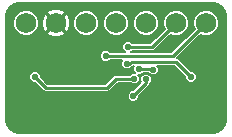
<source format=gbl>
G04 (created by PCBNEW (2013-07-07 BZR 4022)-stable) date 1/16/2014 9:48:59 PM*
%MOIN*%
G04 Gerber Fmt 3.4, Leading zero omitted, Abs format*
%FSLAX34Y34*%
G01*
G70*
G90*
G04 APERTURE LIST*
%ADD10C,0.00590551*%
%ADD11C,0.0688976*%
%ADD12C,0.021*%
%ADD13C,0.01*%
%ADD14C,0.005*%
G04 APERTURE END LIST*
G54D10*
G54D11*
X70000Y-15000D03*
X72000Y-15000D03*
X71000Y-15000D03*
X73000Y-15000D03*
X74000Y-15000D03*
X75000Y-15000D03*
X76000Y-15000D03*
G54D12*
X73400Y-15800D03*
X72650Y-16100D03*
X73750Y-16525D03*
X74225Y-16550D03*
X73575Y-17425D03*
X74000Y-16875D03*
X73350Y-16350D03*
X75500Y-16800D03*
X70300Y-16800D03*
X73600Y-16850D03*
G54D13*
X74200Y-15800D02*
X75000Y-15000D01*
X73400Y-15800D02*
X74200Y-15800D01*
X74900Y-16100D02*
X76000Y-15000D01*
X72650Y-16100D02*
X74900Y-16100D01*
X74200Y-16525D02*
X73750Y-16525D01*
X74225Y-16550D02*
X74200Y-16525D01*
X74000Y-17000D02*
X74000Y-16875D01*
X73575Y-17425D02*
X74000Y-17000D01*
X73500Y-16300D02*
X75000Y-16300D01*
X73350Y-16350D02*
X73450Y-16350D01*
X73450Y-16350D02*
X73500Y-16300D01*
X75000Y-16300D02*
X75500Y-16800D01*
X70650Y-17150D02*
X70300Y-16800D01*
X72700Y-17150D02*
X70650Y-17150D01*
X73000Y-16850D02*
X72700Y-17150D01*
X73600Y-16850D02*
X73000Y-16850D01*
G54D10*
G36*
X76655Y-18239D02*
X76622Y-18404D01*
X76535Y-18535D01*
X76429Y-18605D01*
X76429Y-14914D01*
X76364Y-14757D01*
X76243Y-14636D01*
X76085Y-14570D01*
X75914Y-14570D01*
X75757Y-14635D01*
X75636Y-14756D01*
X75570Y-14914D01*
X75570Y-15085D01*
X75615Y-15193D01*
X74844Y-15965D01*
X73498Y-15965D01*
X73507Y-15961D01*
X73533Y-15935D01*
X74200Y-15935D01*
X74251Y-15924D01*
X74295Y-15895D01*
X74806Y-15384D01*
X74914Y-15429D01*
X75085Y-15429D01*
X75242Y-15364D01*
X75363Y-15243D01*
X75429Y-15085D01*
X75429Y-14914D01*
X75364Y-14757D01*
X75243Y-14636D01*
X75085Y-14570D01*
X74914Y-14570D01*
X74757Y-14635D01*
X74636Y-14756D01*
X74570Y-14914D01*
X74570Y-15085D01*
X74615Y-15193D01*
X74429Y-15379D01*
X74429Y-14914D01*
X74364Y-14757D01*
X74243Y-14636D01*
X74085Y-14570D01*
X73914Y-14570D01*
X73757Y-14635D01*
X73636Y-14756D01*
X73570Y-14914D01*
X73570Y-15085D01*
X73635Y-15242D01*
X73756Y-15363D01*
X73914Y-15429D01*
X74085Y-15429D01*
X74242Y-15364D01*
X74363Y-15243D01*
X74429Y-15085D01*
X74429Y-14914D01*
X74429Y-15379D01*
X74144Y-15665D01*
X73533Y-15665D01*
X73507Y-15639D01*
X73437Y-15610D01*
X73429Y-15610D01*
X73429Y-14914D01*
X73364Y-14757D01*
X73243Y-14636D01*
X73085Y-14570D01*
X72914Y-14570D01*
X72757Y-14635D01*
X72636Y-14756D01*
X72570Y-14914D01*
X72570Y-15085D01*
X72635Y-15242D01*
X72756Y-15363D01*
X72914Y-15429D01*
X73085Y-15429D01*
X73242Y-15364D01*
X73363Y-15243D01*
X73429Y-15085D01*
X73429Y-14914D01*
X73429Y-15610D01*
X73362Y-15609D01*
X73292Y-15638D01*
X73239Y-15692D01*
X73210Y-15762D01*
X73209Y-15837D01*
X73238Y-15907D01*
X73292Y-15960D01*
X73301Y-15965D01*
X72783Y-15965D01*
X72757Y-15939D01*
X72687Y-15910D01*
X72612Y-15909D01*
X72542Y-15938D01*
X72489Y-15992D01*
X72460Y-16062D01*
X72459Y-16137D01*
X72488Y-16207D01*
X72542Y-16260D01*
X72612Y-16289D01*
X72687Y-16290D01*
X72757Y-16261D01*
X72783Y-16235D01*
X73196Y-16235D01*
X73189Y-16242D01*
X73160Y-16312D01*
X73159Y-16387D01*
X73188Y-16457D01*
X73242Y-16510D01*
X73312Y-16539D01*
X73387Y-16540D01*
X73457Y-16511D01*
X73492Y-16476D01*
X73501Y-16474D01*
X73545Y-16445D01*
X73555Y-16435D01*
X73581Y-16435D01*
X73560Y-16487D01*
X73559Y-16562D01*
X73588Y-16632D01*
X73616Y-16660D01*
X73562Y-16659D01*
X73492Y-16688D01*
X73466Y-16715D01*
X73000Y-16715D01*
X72999Y-16715D01*
X72989Y-16717D01*
X72948Y-16725D01*
X72904Y-16754D01*
X72904Y-16754D01*
X72644Y-17015D01*
X72429Y-17015D01*
X72429Y-14914D01*
X72364Y-14757D01*
X72243Y-14636D01*
X72085Y-14570D01*
X71914Y-14570D01*
X71757Y-14635D01*
X71636Y-14756D01*
X71570Y-14914D01*
X71570Y-15085D01*
X71635Y-15242D01*
X71756Y-15363D01*
X71914Y-15429D01*
X72085Y-15429D01*
X72242Y-15364D01*
X72363Y-15243D01*
X72429Y-15085D01*
X72429Y-14914D01*
X72429Y-17015D01*
X71470Y-17015D01*
X71470Y-15087D01*
X71468Y-14900D01*
X71401Y-14739D01*
X71333Y-14701D01*
X71298Y-14737D01*
X71298Y-14666D01*
X71260Y-14598D01*
X71087Y-14529D01*
X70900Y-14531D01*
X70739Y-14598D01*
X70701Y-14666D01*
X71000Y-14964D01*
X71298Y-14666D01*
X71298Y-14737D01*
X71035Y-15000D01*
X71333Y-15298D01*
X71401Y-15260D01*
X71470Y-15087D01*
X71470Y-17015D01*
X71298Y-17015D01*
X71298Y-15333D01*
X71000Y-15035D01*
X70964Y-15070D01*
X70964Y-15000D01*
X70666Y-14701D01*
X70598Y-14739D01*
X70529Y-14912D01*
X70531Y-15099D01*
X70598Y-15260D01*
X70666Y-15298D01*
X70964Y-15000D01*
X70964Y-15070D01*
X70701Y-15333D01*
X70739Y-15401D01*
X70912Y-15470D01*
X71099Y-15468D01*
X71260Y-15401D01*
X71298Y-15333D01*
X71298Y-17015D01*
X70705Y-17015D01*
X70490Y-16799D01*
X70490Y-16762D01*
X70461Y-16692D01*
X70429Y-16660D01*
X70429Y-14914D01*
X70364Y-14757D01*
X70243Y-14636D01*
X70085Y-14570D01*
X69914Y-14570D01*
X69757Y-14635D01*
X69636Y-14756D01*
X69570Y-14914D01*
X69570Y-15085D01*
X69635Y-15242D01*
X69756Y-15363D01*
X69914Y-15429D01*
X70085Y-15429D01*
X70242Y-15364D01*
X70363Y-15243D01*
X70429Y-15085D01*
X70429Y-14914D01*
X70429Y-16660D01*
X70407Y-16639D01*
X70337Y-16610D01*
X70262Y-16609D01*
X70192Y-16638D01*
X70139Y-16692D01*
X70110Y-16762D01*
X70109Y-16837D01*
X70138Y-16907D01*
X70192Y-16960D01*
X70262Y-16989D01*
X70299Y-16989D01*
X70554Y-17245D01*
X70554Y-17245D01*
X70598Y-17274D01*
X70598Y-17274D01*
X70639Y-17282D01*
X70649Y-17285D01*
X70649Y-17284D01*
X70650Y-17285D01*
X72700Y-17285D01*
X72751Y-17274D01*
X72795Y-17245D01*
X73055Y-16985D01*
X73466Y-16985D01*
X73492Y-17010D01*
X73562Y-17039D01*
X73637Y-17040D01*
X73707Y-17011D01*
X73760Y-16957D01*
X73789Y-16887D01*
X73790Y-16812D01*
X73761Y-16742D01*
X73733Y-16714D01*
X73787Y-16715D01*
X73857Y-16686D01*
X73883Y-16660D01*
X74066Y-16660D01*
X74117Y-16710D01*
X74187Y-16739D01*
X74262Y-16740D01*
X74332Y-16711D01*
X74385Y-16657D01*
X74414Y-16587D01*
X74415Y-16512D01*
X74386Y-16442D01*
X74378Y-16435D01*
X74944Y-16435D01*
X75309Y-16800D01*
X75309Y-16837D01*
X75338Y-16907D01*
X75392Y-16960D01*
X75462Y-16989D01*
X75537Y-16990D01*
X75607Y-16961D01*
X75660Y-16907D01*
X75689Y-16837D01*
X75690Y-16762D01*
X75661Y-16692D01*
X75607Y-16639D01*
X75537Y-16610D01*
X75500Y-16610D01*
X75095Y-16204D01*
X75051Y-16175D01*
X75021Y-16169D01*
X75806Y-15384D01*
X75914Y-15429D01*
X76085Y-15429D01*
X76242Y-15364D01*
X76363Y-15243D01*
X76429Y-15085D01*
X76429Y-14914D01*
X76429Y-18605D01*
X76404Y-18622D01*
X76240Y-18655D01*
X74190Y-18655D01*
X74190Y-16837D01*
X74161Y-16767D01*
X74107Y-16714D01*
X74037Y-16685D01*
X73962Y-16684D01*
X73892Y-16713D01*
X73839Y-16767D01*
X73810Y-16837D01*
X73809Y-16912D01*
X73835Y-16973D01*
X73574Y-17234D01*
X73537Y-17234D01*
X73467Y-17263D01*
X73414Y-17317D01*
X73385Y-17387D01*
X73384Y-17462D01*
X73413Y-17532D01*
X73467Y-17585D01*
X73537Y-17614D01*
X73612Y-17615D01*
X73682Y-17586D01*
X73735Y-17532D01*
X73764Y-17462D01*
X73764Y-17425D01*
X74095Y-17095D01*
X74124Y-17051D01*
X74132Y-17010D01*
X74160Y-16982D01*
X74189Y-16912D01*
X74190Y-16837D01*
X74190Y-18655D01*
X69760Y-18655D01*
X69595Y-18622D01*
X69464Y-18535D01*
X69377Y-18404D01*
X69344Y-18240D01*
X69344Y-14759D01*
X69377Y-14595D01*
X69464Y-14464D01*
X69595Y-14377D01*
X69760Y-14344D01*
X76240Y-14344D01*
X76404Y-14377D01*
X76535Y-14464D01*
X76622Y-14595D01*
X76655Y-14760D01*
X76655Y-18239D01*
X76655Y-18239D01*
G37*
G54D14*
X76655Y-18239D02*
X76622Y-18404D01*
X76535Y-18535D01*
X76429Y-18605D01*
X76429Y-14914D01*
X76364Y-14757D01*
X76243Y-14636D01*
X76085Y-14570D01*
X75914Y-14570D01*
X75757Y-14635D01*
X75636Y-14756D01*
X75570Y-14914D01*
X75570Y-15085D01*
X75615Y-15193D01*
X74844Y-15965D01*
X73498Y-15965D01*
X73507Y-15961D01*
X73533Y-15935D01*
X74200Y-15935D01*
X74251Y-15924D01*
X74295Y-15895D01*
X74806Y-15384D01*
X74914Y-15429D01*
X75085Y-15429D01*
X75242Y-15364D01*
X75363Y-15243D01*
X75429Y-15085D01*
X75429Y-14914D01*
X75364Y-14757D01*
X75243Y-14636D01*
X75085Y-14570D01*
X74914Y-14570D01*
X74757Y-14635D01*
X74636Y-14756D01*
X74570Y-14914D01*
X74570Y-15085D01*
X74615Y-15193D01*
X74429Y-15379D01*
X74429Y-14914D01*
X74364Y-14757D01*
X74243Y-14636D01*
X74085Y-14570D01*
X73914Y-14570D01*
X73757Y-14635D01*
X73636Y-14756D01*
X73570Y-14914D01*
X73570Y-15085D01*
X73635Y-15242D01*
X73756Y-15363D01*
X73914Y-15429D01*
X74085Y-15429D01*
X74242Y-15364D01*
X74363Y-15243D01*
X74429Y-15085D01*
X74429Y-14914D01*
X74429Y-15379D01*
X74144Y-15665D01*
X73533Y-15665D01*
X73507Y-15639D01*
X73437Y-15610D01*
X73429Y-15610D01*
X73429Y-14914D01*
X73364Y-14757D01*
X73243Y-14636D01*
X73085Y-14570D01*
X72914Y-14570D01*
X72757Y-14635D01*
X72636Y-14756D01*
X72570Y-14914D01*
X72570Y-15085D01*
X72635Y-15242D01*
X72756Y-15363D01*
X72914Y-15429D01*
X73085Y-15429D01*
X73242Y-15364D01*
X73363Y-15243D01*
X73429Y-15085D01*
X73429Y-14914D01*
X73429Y-15610D01*
X73362Y-15609D01*
X73292Y-15638D01*
X73239Y-15692D01*
X73210Y-15762D01*
X73209Y-15837D01*
X73238Y-15907D01*
X73292Y-15960D01*
X73301Y-15965D01*
X72783Y-15965D01*
X72757Y-15939D01*
X72687Y-15910D01*
X72612Y-15909D01*
X72542Y-15938D01*
X72489Y-15992D01*
X72460Y-16062D01*
X72459Y-16137D01*
X72488Y-16207D01*
X72542Y-16260D01*
X72612Y-16289D01*
X72687Y-16290D01*
X72757Y-16261D01*
X72783Y-16235D01*
X73196Y-16235D01*
X73189Y-16242D01*
X73160Y-16312D01*
X73159Y-16387D01*
X73188Y-16457D01*
X73242Y-16510D01*
X73312Y-16539D01*
X73387Y-16540D01*
X73457Y-16511D01*
X73492Y-16476D01*
X73501Y-16474D01*
X73545Y-16445D01*
X73555Y-16435D01*
X73581Y-16435D01*
X73560Y-16487D01*
X73559Y-16562D01*
X73588Y-16632D01*
X73616Y-16660D01*
X73562Y-16659D01*
X73492Y-16688D01*
X73466Y-16715D01*
X73000Y-16715D01*
X72999Y-16715D01*
X72989Y-16717D01*
X72948Y-16725D01*
X72904Y-16754D01*
X72904Y-16754D01*
X72644Y-17015D01*
X72429Y-17015D01*
X72429Y-14914D01*
X72364Y-14757D01*
X72243Y-14636D01*
X72085Y-14570D01*
X71914Y-14570D01*
X71757Y-14635D01*
X71636Y-14756D01*
X71570Y-14914D01*
X71570Y-15085D01*
X71635Y-15242D01*
X71756Y-15363D01*
X71914Y-15429D01*
X72085Y-15429D01*
X72242Y-15364D01*
X72363Y-15243D01*
X72429Y-15085D01*
X72429Y-14914D01*
X72429Y-17015D01*
X71470Y-17015D01*
X71470Y-15087D01*
X71468Y-14900D01*
X71401Y-14739D01*
X71333Y-14701D01*
X71298Y-14737D01*
X71298Y-14666D01*
X71260Y-14598D01*
X71087Y-14529D01*
X70900Y-14531D01*
X70739Y-14598D01*
X70701Y-14666D01*
X71000Y-14964D01*
X71298Y-14666D01*
X71298Y-14737D01*
X71035Y-15000D01*
X71333Y-15298D01*
X71401Y-15260D01*
X71470Y-15087D01*
X71470Y-17015D01*
X71298Y-17015D01*
X71298Y-15333D01*
X71000Y-15035D01*
X70964Y-15070D01*
X70964Y-15000D01*
X70666Y-14701D01*
X70598Y-14739D01*
X70529Y-14912D01*
X70531Y-15099D01*
X70598Y-15260D01*
X70666Y-15298D01*
X70964Y-15000D01*
X70964Y-15070D01*
X70701Y-15333D01*
X70739Y-15401D01*
X70912Y-15470D01*
X71099Y-15468D01*
X71260Y-15401D01*
X71298Y-15333D01*
X71298Y-17015D01*
X70705Y-17015D01*
X70490Y-16799D01*
X70490Y-16762D01*
X70461Y-16692D01*
X70429Y-16660D01*
X70429Y-14914D01*
X70364Y-14757D01*
X70243Y-14636D01*
X70085Y-14570D01*
X69914Y-14570D01*
X69757Y-14635D01*
X69636Y-14756D01*
X69570Y-14914D01*
X69570Y-15085D01*
X69635Y-15242D01*
X69756Y-15363D01*
X69914Y-15429D01*
X70085Y-15429D01*
X70242Y-15364D01*
X70363Y-15243D01*
X70429Y-15085D01*
X70429Y-14914D01*
X70429Y-16660D01*
X70407Y-16639D01*
X70337Y-16610D01*
X70262Y-16609D01*
X70192Y-16638D01*
X70139Y-16692D01*
X70110Y-16762D01*
X70109Y-16837D01*
X70138Y-16907D01*
X70192Y-16960D01*
X70262Y-16989D01*
X70299Y-16989D01*
X70554Y-17245D01*
X70554Y-17245D01*
X70598Y-17274D01*
X70598Y-17274D01*
X70639Y-17282D01*
X70649Y-17285D01*
X70649Y-17284D01*
X70650Y-17285D01*
X72700Y-17285D01*
X72751Y-17274D01*
X72795Y-17245D01*
X73055Y-16985D01*
X73466Y-16985D01*
X73492Y-17010D01*
X73562Y-17039D01*
X73637Y-17040D01*
X73707Y-17011D01*
X73760Y-16957D01*
X73789Y-16887D01*
X73790Y-16812D01*
X73761Y-16742D01*
X73733Y-16714D01*
X73787Y-16715D01*
X73857Y-16686D01*
X73883Y-16660D01*
X74066Y-16660D01*
X74117Y-16710D01*
X74187Y-16739D01*
X74262Y-16740D01*
X74332Y-16711D01*
X74385Y-16657D01*
X74414Y-16587D01*
X74415Y-16512D01*
X74386Y-16442D01*
X74378Y-16435D01*
X74944Y-16435D01*
X75309Y-16800D01*
X75309Y-16837D01*
X75338Y-16907D01*
X75392Y-16960D01*
X75462Y-16989D01*
X75537Y-16990D01*
X75607Y-16961D01*
X75660Y-16907D01*
X75689Y-16837D01*
X75690Y-16762D01*
X75661Y-16692D01*
X75607Y-16639D01*
X75537Y-16610D01*
X75500Y-16610D01*
X75095Y-16204D01*
X75051Y-16175D01*
X75021Y-16169D01*
X75806Y-15384D01*
X75914Y-15429D01*
X76085Y-15429D01*
X76242Y-15364D01*
X76363Y-15243D01*
X76429Y-15085D01*
X76429Y-14914D01*
X76429Y-18605D01*
X76404Y-18622D01*
X76240Y-18655D01*
X74190Y-18655D01*
X74190Y-16837D01*
X74161Y-16767D01*
X74107Y-16714D01*
X74037Y-16685D01*
X73962Y-16684D01*
X73892Y-16713D01*
X73839Y-16767D01*
X73810Y-16837D01*
X73809Y-16912D01*
X73835Y-16973D01*
X73574Y-17234D01*
X73537Y-17234D01*
X73467Y-17263D01*
X73414Y-17317D01*
X73385Y-17387D01*
X73384Y-17462D01*
X73413Y-17532D01*
X73467Y-17585D01*
X73537Y-17614D01*
X73612Y-17615D01*
X73682Y-17586D01*
X73735Y-17532D01*
X73764Y-17462D01*
X73764Y-17425D01*
X74095Y-17095D01*
X74124Y-17051D01*
X74132Y-17010D01*
X74160Y-16982D01*
X74189Y-16912D01*
X74190Y-16837D01*
X74190Y-18655D01*
X69760Y-18655D01*
X69595Y-18622D01*
X69464Y-18535D01*
X69377Y-18404D01*
X69344Y-18240D01*
X69344Y-14759D01*
X69377Y-14595D01*
X69464Y-14464D01*
X69595Y-14377D01*
X69760Y-14344D01*
X76240Y-14344D01*
X76404Y-14377D01*
X76535Y-14464D01*
X76622Y-14595D01*
X76655Y-14760D01*
X76655Y-18239D01*
M02*

</source>
